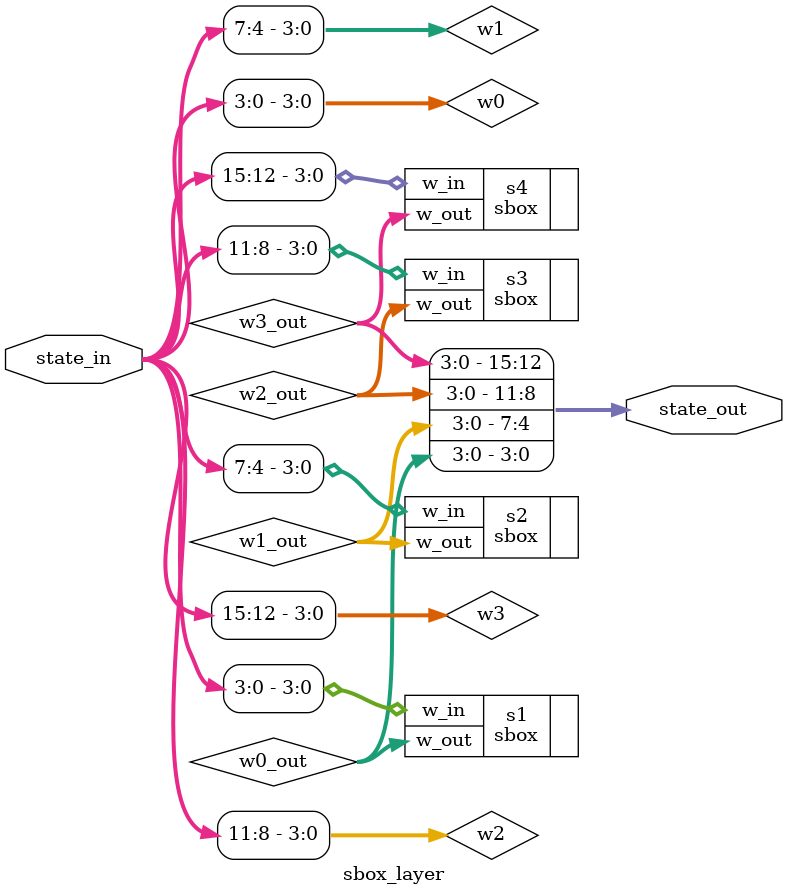
<source format=v>
module sbox_layer(state_in, state_out);

	input [15:0] state_in;
	output [15:0] state_out;
 
	wire [3:0] w0, w1, w2, w3, w0_out, w1_out, w2_out, w3_out;
 
	assign w0 = state_in[3:0];
	assign w1 = state_in[7:4];
	assign w2 = state_in[11:8];
	assign w3 = state_in[15:12];
	
	sbox s1 (.w_in(w0), .w_out(w0_out));
	sbox s2 (.w_in(w1), .w_out(w1_out));
	sbox s3 (.w_in(w2), .w_out(w2_out));
	sbox s4 (.w_in(w3), .w_out(w3_out));
 
 
	assign state_out = {w3_out, w2_out, w1_out, w0_out};

endmodule
</source>
